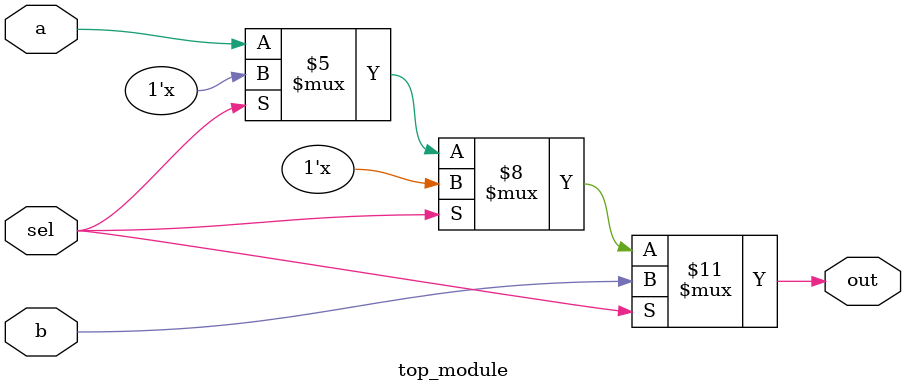
<source format=sv>
module top_module (
	input a,
	input b,
	input sel,
	output out
);

	always @ (sel)
	begin
		if (sel == 1'b1)
			out = b;
		else if (sel == 1'b0)
			out = a;
	end

endmodule

</source>
